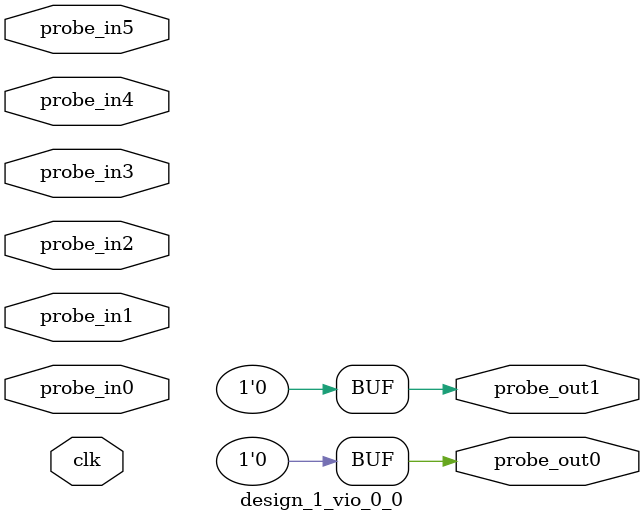
<source format=v>
`timescale 1ns / 1ps
module design_1_vio_0_0 (
clk,
probe_in0,probe_in1,probe_in2,probe_in3,probe_in4,probe_in5,
probe_out0,
probe_out1
);

input clk;
input [0 : 0] probe_in0;
input [0 : 0] probe_in1;
input [0 : 0] probe_in2;
input [15 : 0] probe_in3;
input [15 : 0] probe_in4;
input [4 : 0] probe_in5;

output reg [0 : 0] probe_out0 = 'h0 ;
output reg [0 : 0] probe_out1 = 'h0 ;


endmodule

</source>
